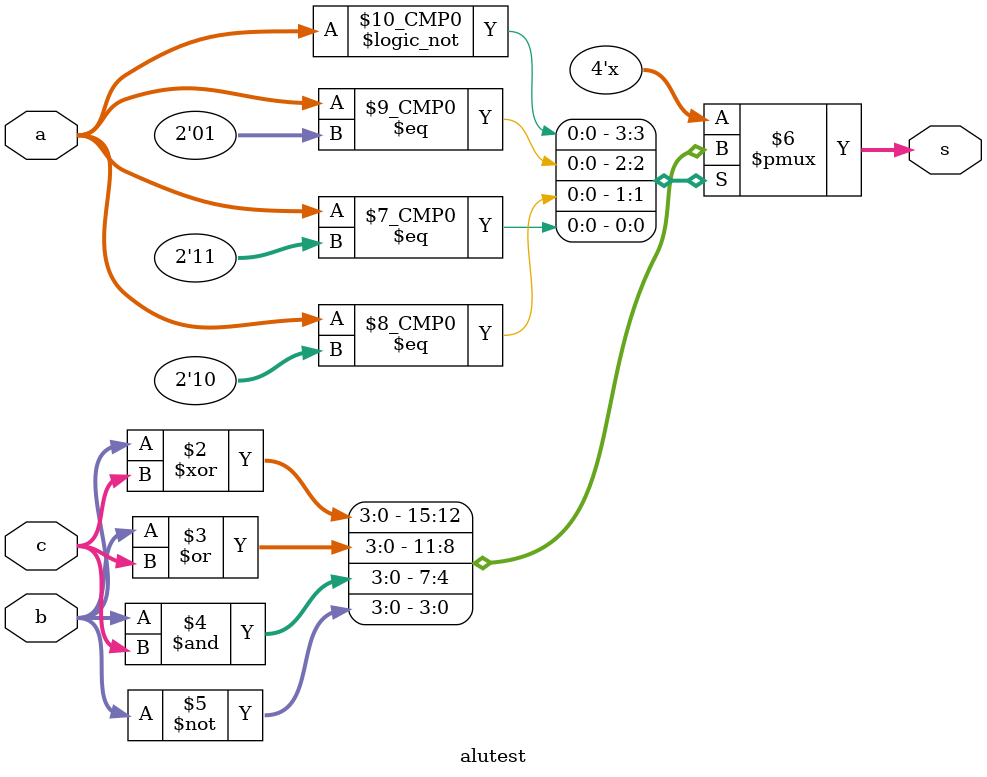
<source format=v>

module alutest(a,b,c,s);
input [1:0]a;
input [3:0]b;
input [3:0]c;
output [3:0]s;
reg [3:0]s;
//b=4'0001;
//c=4'0010;
always @(*)
   case(a)
       2'b00:begin
               s=b^c;
                end
       2'b01:begin
               s=b|c;
               end
       2'b10:begin
                s=b&c;
             end
       2'b11:begin
               s=~b;
             end

    endcase  
  //$monitor(" %b ",s);       
endmodule  
</source>
